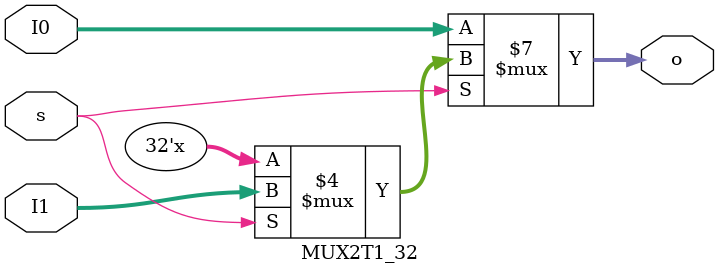
<source format=v>
`timescale 1ns / 1ps
module MUX2T1_32(
	     input [31:0]I0,
	     input [31:0]I1,
	     input s,
	     output reg [31:0]o
    );
	 
	 always@*
	 if(s == 0)begin
	 o <= I0;end
	 else if(s == 1)begin
	 o <= I1;end
	 
endmodule

</source>
